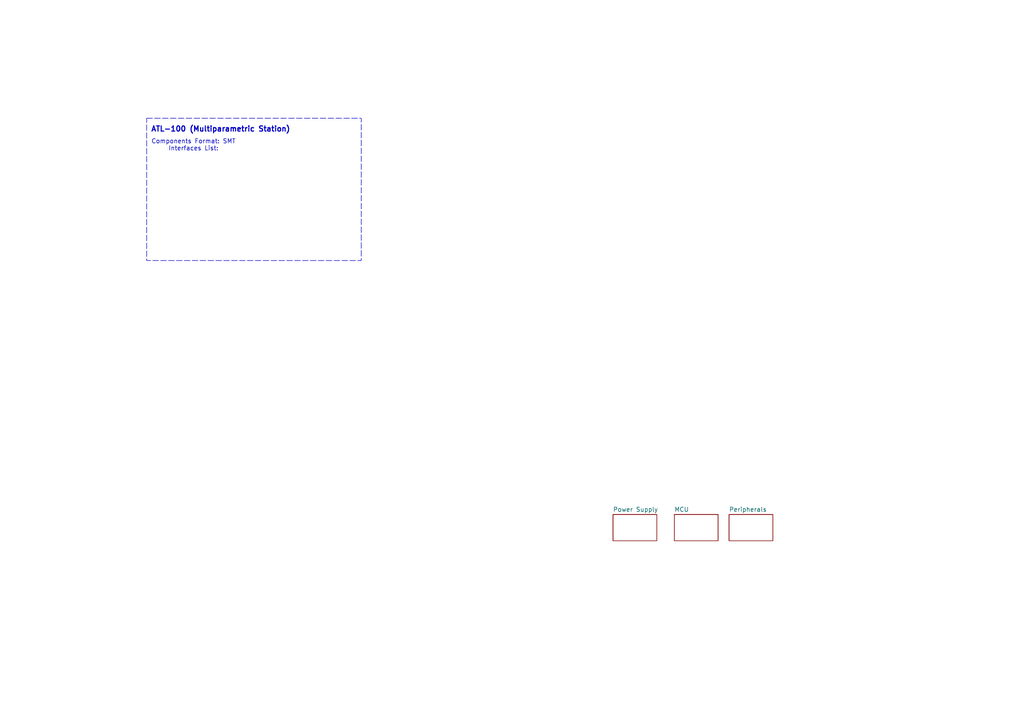
<source format=kicad_sch>
(kicad_sch
	(version 20231120)
	(generator "eeschema")
	(generator_version "8.0")
	(uuid "b692695d-599f-4b93-9d17-f50ae19b6591")
	(paper "A4")
	(title_block
		(title "ATL-100 (Multiparametric Station) - SMT Based")
		(date "2024-09-06")
		(rev "v0.1.0-alpha")
		(company "AgroTechLab (Laboratório de Desenvolvimento de Tecnologias para o Agronegócio)")
		(comment 1 "IFSC/Lages (Instituto Federal de Santa Catarina)")
		(comment 2 "Confidential (access prohibited without signing a non-disclouser agreement)")
		(comment 3 "Author: Robson Costa (robson.costa@ifsc.edu.br)")
		(comment 4 "Total Supply Current: ??mA")
	)
	(lib_symbols)
	(rectangle
		(start 42.545 34.29)
		(end 104.775 75.565)
		(stroke
			(width 0)
			(type dash)
		)
		(fill
			(type none)
		)
		(uuid e15bacb8-03df-4350-9682-4b8ea6a1c9db)
	)
	(text "Components Format: SMT\nInterfaces List:"
		(exclude_from_sim no)
		(at 56.134 42.164 0)
		(effects
			(font
				(size 1.27 1.27)
			)
		)
		(uuid "0178ba1c-0c75-4c18-8cb0-8a2e24b0405b")
	)
	(text "ATL-100 (Multiparametric Station)"
		(exclude_from_sim no)
		(at 64.008 37.592 0)
		(effects
			(font
				(size 1.524 1.524)
				(thickness 0.3048)
				(bold yes)
			)
		)
		(uuid "9375022a-da94-4e6b-9c41-95ab4a69fbdb")
	)
	(sheet
		(at 177.8 149.225)
		(size 12.7 7.62)
		(fields_autoplaced yes)
		(stroke
			(width 0.1524)
			(type solid)
		)
		(fill
			(color 0 0 0 0.0000)
		)
		(uuid "4731d0f0-dff5-469d-a6ab-14358bbc267c")
		(property "Sheetname" "Power Supply"
			(at 177.8 148.5134 0)
			(effects
				(font
					(size 1.27 1.27)
				)
				(justify left bottom)
			)
		)
		(property "Sheetfile" "atl100_power_supply.kicad_sch"
			(at 177.8 157.4296 0)
			(effects
				(font
					(size 1.27 1.27)
				)
				(justify left top)
				(hide yes)
			)
		)
		(instances
			(project "atl100_smt"
				(path "/b692695d-599f-4b93-9d17-f50ae19b6591"
					(page "2")
				)
			)
		)
	)
	(sheet
		(at 195.58 149.225)
		(size 12.7 7.62)
		(fields_autoplaced yes)
		(stroke
			(width 0.1524)
			(type solid)
		)
		(fill
			(color 0 0 0 0.0000)
		)
		(uuid "938cd658-f942-48a6-a0ff-d4527d031528")
		(property "Sheetname" "MCU"
			(at 195.58 148.5134 0)
			(effects
				(font
					(size 1.27 1.27)
				)
				(justify left bottom)
			)
		)
		(property "Sheetfile" "atl100_mcu.kicad_sch"
			(at 195.58 157.4296 0)
			(effects
				(font
					(size 1.27 1.27)
				)
				(justify left top)
				(hide yes)
			)
		)
		(instances
			(project "atl100_smt"
				(path "/b692695d-599f-4b93-9d17-f50ae19b6591"
					(page "3")
				)
			)
		)
	)
	(sheet
		(at 211.455 149.225)
		(size 12.7 7.62)
		(fields_autoplaced yes)
		(stroke
			(width 0.1524)
			(type solid)
		)
		(fill
			(color 0 0 0 0.0000)
		)
		(uuid "bfd15f74-a76e-4b89-842b-d37d0bf64683")
		(property "Sheetname" "Peripherals"
			(at 211.455 148.5134 0)
			(effects
				(font
					(size 1.27 1.27)
				)
				(justify left bottom)
			)
		)
		(property "Sheetfile" "atl100_peripherals.kicad_sch"
			(at 211.455 157.4296 0)
			(effects
				(font
					(size 1.27 1.27)
				)
				(justify left top)
				(hide yes)
			)
		)
		(instances
			(project "atl100_smt"
				(path "/b692695d-599f-4b93-9d17-f50ae19b6591"
					(page "4")
				)
			)
		)
	)
	(sheet_instances
		(path "/"
			(page "1")
		)
	)
)

</source>
